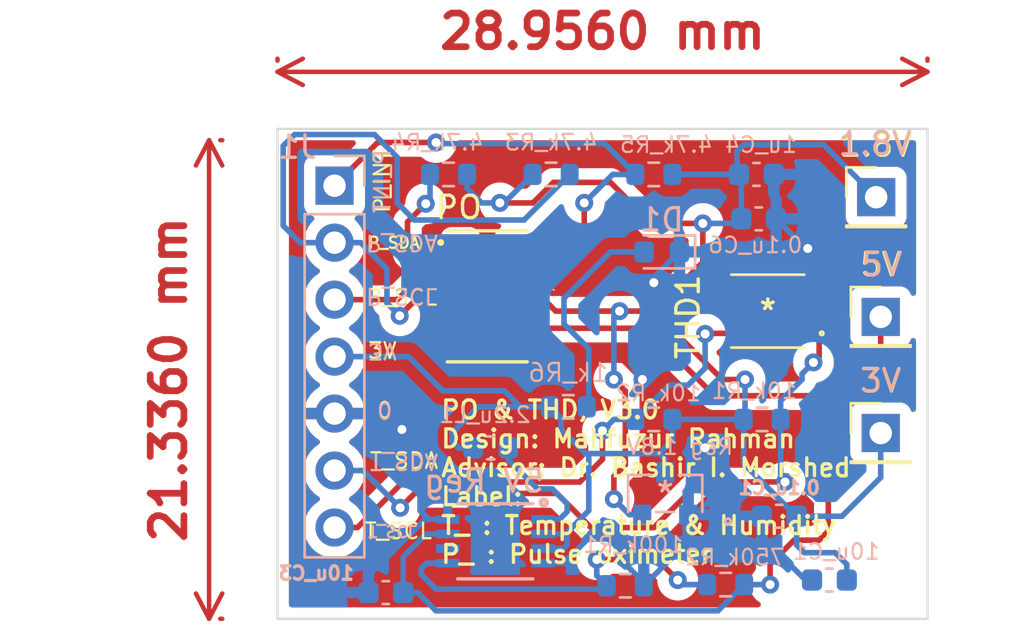
<source format=kicad_pcb>
(kicad_pcb (version 20211014) (generator pcbnew)
  (layers (0 "F.Cu" signal) (31 "B.Cu" signal) (34 "B.Paste" user) (35 "F.Paste" user) (36 "B.SilkS" user "B.Silkscreen") (37 "F.SilkS" user "F.Silkscreen") (38 "B.Mask" user) (39 "F.Mask" user) (44 "Edge.Cuts" user))
  (net 0 "")
  (net 1 "/3V")
  (net 2 "0")
  (net 3 "/5V")
  (net 4 "/1.8V")
  (net 5 "Net-(1k_R6-Pad2)")
  (net 6 "/PO_SDA")
  (net 7 "/PO_SCL")
  (net 8 "/THD_SDA")
  (net 9 "/THD_SCL")
  (net 12 "Net-(2.2u_L1-Pad2)")
  (net 13 "Net-(100k_R1-Pad1)")
  (net 21 "/PO_INT")
  (footprint "Max30101_n:21-1048F_F143A5&plus_1_MXM" (layer "F.Cu") (at 162.7632 78.0796)
    (fp_text reference "PO" (at -1.27 -3.9624 unlocked) (layer "F.SilkS"))
    (fp_text value "MAX30101EFD+T")
    (fp_line (start 1.778 -2.921) (end -1.778 -2.921) (layer "F.SilkS") (width 0.1524))
    (fp_line (start -1.778 2.921) (end 1.778 2.921) (layer "F.SilkS") (width 0.1524))
    (fp_circle (center -2.0764 -2.4) (end -2.0002 -2.4) (layer "F.SilkS") (width 0.1524) (fill none))
    (pad "1" smd rect (at -1.1938 -2.4) (size 0.762 0.3556) (layers "F.Cu" "F.Paste" "F.Mask"))
    (pad "2" smd rect (at -1.1938 -1.599999) (size 0.762 0.3556) (layers "F.Cu" "F.Paste" "F.Mask") (net 7 "/PO_SCL"))
    (pad "3" smd rect (at -1.1938 -0.800001) (size 0.762 0.3556) (layers "F.Cu" "F.Paste" "F.Mask") (net 6 "/PO_SDA"))
    (pad "4" smd rect (at -1.1938 0) (size 0.762 0.3556) (layers "F.Cu" "F.Paste" "F.Mask") (net 2 "0"))
    (pad "5" smd rect (at -1.1938 0.799998) (size 0.762 0.3556) (layers "F.Cu" "F.Paste" "F.Mask"))
    (pad "6" smd rect (at -1.1938 1.599999) (size 0.762 0.3556) (layers "F.Cu" "F.Paste" "F.Mask"))
    (pad "7" smd rect (at -1.1938 2.4) (size 0.762 0.3556) (layers "F.Cu" "F.Paste" "F.Mask"))
    (pad "8" smd rect (at 1.1938 2.4) (size 0.762 0.3556) (layers "F.Cu" "F.Paste" "F.Mask"))
    (pad "9" smd rect (at 1.1938 1.599999) (size 0.762 0.3556) (layers "F.Cu" "F.Paste" "F.Mask") (net 3 "/5V"))
    (pad "10" smd rect (at 1.1938 0.800001) (size 0.762 0.3556) (layers "F.Cu" "F.Paste" "F.Mask") (net 3 "/5V"))
    (pad "11" smd rect (at 1.1938 0) (size 0.762 0.3556) (layers "F.Cu" "F.Paste" "F.Mask") (net 4 "/1.8V"))
    (pad "12" smd rect (at 1.1938 -0.799998) (size 0.762 0.3556) (layers "F.Cu" "F.Paste" "F.Mask") (net 2 "0"))
    (pad "13" smd rect (at 1.1938 -1.599999) (size 0.762 0.3556) (layers "F.Cu" "F.Paste" "F.Mask") (net 21 "/PO_INT"))
    (pad "14" smd rect (at 1.1938 -2.4) (size 0.762 0.3556) (layers "F.Cu" "F.Paste" "F.Mask"))
  )
  (footprint "Si7021:SI7021-A20-GM1R" (layer "F.Cu") (at 175.26 78.74 180)
    (fp_text reference "THD1" (at 3.556 -0.254 90) (layer "F.SilkS"))
    (fp_text value "SI7021-A20-GM1R")
    (fp_text user "*" (at 0 0) (layer "F.SilkS"))
    (fp_line (start 1.6256 -1.6256) (end -1.6256 -1.6256) (layer "F.SilkS") (width 0.12))
    (fp_line (start -1.6256 1.6256) (end 1.6256 1.6256) (layer "F.SilkS") (width 0.12))
    (fp_circle (center -2.4003 -0.9906) (end -2.3241 -0.9906) (layer "F.SilkS") (width 0.12) (fill none))
    (pad "1" smd rect locked (at -1.4224 -0.9906 180) (size 0.762 0.4064) (layers "F.Cu" "F.Paste" "F.Mask") (net 8 "/THD_SDA"))
    (pad "2" smd rect locked (at -1.4224 0 180) (size 0.762 0.4064) (layers "F.Cu" "F.Paste" "F.Mask") (net 2 "0"))
    (pad "3" smd rect locked (at -1.4224 0.9906 180) (size 0.762 0.4064) (layers "F.Cu" "F.Paste" "F.Mask"))
    (pad "4" smd rect locked (at 1.4224 0.9906 180) (size 0.762 0.4064) (layers "F.Cu" "F.Paste" "F.Mask"))
    (pad "5" smd rect locked (at 1.4224 0 180) (size 0.762 0.4064) (layers "F.Cu" "F.Paste" "F.Mask") (net 1 "/3V"))
    (pad "6" smd rect locked (at 1.4224 -0.9906 180) (size 0.762 0.4064) (layers "F.Cu" "F.Paste" "F.Mask") (net 9 "/THD_SCL"))
    (pad "7" smd rect locked (at 0 0 180) (size 1.6002 2.4892) (layers "F.Cu" "F.Paste" "F.Mask") (net 2 "0"))
  )
  (footprint "Connector_PinHeader_2.54mm:PinHeader_1x01_P2.54mm_Vertical" (layer "F.Cu") (at 180.2892 84.1756)
    (fp_text reference "3V" (at 0 -2.33) (layer "F.SilkS"))
    (fp_text value "TestPoint")
    (fp_line (start 1.33 1.27) (end 1.33 1.33) (layer "F.SilkS") (width 0.12))
    (fp_line (start -1.33 -1.33) (end 0 -1.33) (layer "F.SilkS") (width 0.12))
    (fp_line (start -1.33 0) (end -1.33 -1.33) (layer "F.SilkS") (width 0.12))
    (fp_line (start -1.33 1.27) (end 1.33 1.27) (layer "F.SilkS") (width 0.12))
    (fp_line (start -1.33 1.27) (end -1.33 1.33) (layer "F.SilkS") (width 0.12))
    (fp_line (start -1.33 1.33) (end 1.33 1.33) (layer "F.SilkS") (width 0.12))
    (pad "1" thru_hole rect (at 0 0) (size 1.7 1.7) (drill 1) (layers *.Cu *.Mask) (net 1 "/3V"))
  )
  (footprint "Connector_PinHeader_2.54mm:PinHeader_1x01_P2.54mm_Vertical" (layer "F.Cu") (at 180.2892 78.994)
    (fp_text reference "5V" (at 0 -2.33) (layer "F.SilkS"))
    (fp_text value "TestPoint")
    (fp_line (start -1.33 -1.33) (end 0 -1.33) (layer "F.SilkS") (width 0.12))
    (fp_line (start 1.33 1.27) (end 1.33 1.33) (layer "F.SilkS") (width 0.12))
    (fp_line (start -1.33 1.27) (end 1.33 1.27) (layer "F.SilkS") (width 0.12))
    (fp_line (start -1.33 0) (end -1.33 -1.33) (layer "F.SilkS") (width 0.12))
    (fp_line (start -1.33 1.27) (end -1.33 1.33) (layer "F.SilkS") (width 0.12))
    (fp_line (start -1.33 1.33) (end 1.33 1.33) (layer "F.SilkS") (width 0.12))
    (pad "1" thru_hole rect (at 0 0) (size 1.7 1.7) (drill 1) (layers *.Cu *.Mask) (net 3 "/5V"))
  )
  (footprint "Connector_PinHeader_2.54mm:PinHeader_1x01_P2.54mm_Vertical" (layer "F.Cu") (at 180.086 73.66)
    (fp_text reference "1.8V" (at 0 -2.33) (layer "F.SilkS"))
    (fp_text value "TestPoint")
    (fp_line (start -1.33 0) (end -1.33 -1.33) (layer "F.SilkS") (width 0.12))
    (fp_line (start -1.33 1.27) (end 1.33 1.27) (layer "F.SilkS") (width 0.12))
    (fp_line (start -1.33 1.33) (end 1.33 1.33) (layer "F.SilkS") (width 0.12))
    (fp_line (start -1.33 -1.33) (end 0 -1.33) (layer "F.SilkS") (width 0.12))
    (fp_line (start 1.33 1.27) (end 1.33 1.33) (layer "F.SilkS") (width 0.12))
    (fp_line (start -1.33 1.27) (end -1.33 1.33) (layer "F.SilkS") (width 0.12))
    (pad "1" thru_hole rect (at 0 0) (size 1.7 1.7) (drill 1) (layers *.Cu *.Mask) (net 4 "/1.8V"))
  )
  (footprint "5VReg_n:MSOP8_DIO" (layer "B.Cu") (at 163.1188 89.0016 180)
    (fp_text reference "5V Reg" (at 0.508 2.6924 unlocked) (layer "B.SilkS") (effects (justify mirror)))
    (fp_text value "PAM2401SCADJ")
    (fp_line (start 1.6764 1.6764) (end -1.6764 1.6764) (layer "B.SilkS") (width 0.1524))
    (fp_line (start -1.6764 -1.6764) (end 1.6764 -1.6764) (layer "B.SilkS") (width 0.1524))
    (pad "1" smd rect (at -2.1209 0.97536 180) (size 1.0414 0.381) (layers "B.Cu" "B.Paste" "B.Mask") (net 12 "Net-(2.2u_L1-Pad2)"))
    (pad "2" smd rect (at -2.1209 0.32512 180) (size 1.0414 0.381) (layers "B.Cu" "B.Paste" "B.Mask") (net 1 "/3V"))
    (pad "3" smd rect (at -2.1209 -0.32512 180) (size 1.0414 0.381) (layers "B.Cu" "B.Paste" "B.Mask") (net 1 "/3V"))
    (pad "4" smd rect (at -2.1209 -0.97536 180) (size 1.0414 0.381) (layers "B.Cu" "B.Paste" "B.Mask") (net 2 "0"))
    (pad "5" smd rect (at 2.1209 -0.97536 180) (size 1.0414 0.381) (layers "B.Cu" "B.Paste" "B.Mask") (net 13 "Net-(100k_R1-Pad1)"))
    (pad "6" smd rect (at 2.1209 -0.32512 180) (size 1.0414 0.381) (layers "B.Cu" "B.Paste" "B.Mask"))
    (pad "7" smd rect (at 2.1209 0.32512 180) (size 1.0414 0.381) (layers "B.Cu" "B.Paste" "B.Mask") (net 3 "/5V"))
    (pad "8" smd rect (at 2.1209 0.97536 180) (size 1.0414 0.381) (layers "B.Cu" "B.Paste" "B.Mask") (net 2 "0"))
  )
  (footprint "LED_SMD:LED_0603_1608Metric" (layer "B.Cu") (at 170.5356 76.0984 180)
    (fp_text reference "D1" (at 0 1.43) (layer "B.SilkS") (effects (justify mirror)))
    (fp_text value "LED")
    (fp_line (start -1.485 0.735) (end -1.485 -0.735) (layer "B.SilkS") (width 0.12))
    (fp_line (start -1.485 -0.735) (end 0.8 -0.735) (layer "B.SilkS") (width 0.12))
    (fp_line (start 0.8 0.735) (end -1.485 0.735) (layer "B.SilkS") (width 0.12))
    (pad "1" smd roundrect (at -0.7875 0 180) (size 0.875 0.95) (layers "B.Cu" "B.Paste" "B.Mask") (net 2 "0"))
    (pad "2" smd roundrect (at 0.7875 0 180) (size 0.875 0.95) (layers "B.Cu" "B.Paste" "B.Mask") (net 5 "Net-(1k_R6-Pad2)"))
  )
  (footprint "Resistor_SMD:R_0603_1608Metric" (layer "B.Cu") (at 161.036 72.644 180)
    (fp_text reference "4.7k_R4" (at 0.508 1.4224) (layer "B.SilkS") (effects (font (size 0.7 0.7) (thickness 0.1)) (justify mirror)))
    (fp_text value "4.7k")
    (fp_line (start -0.237258 0.5225) (end 0.237258 0.5225) (layer "B.SilkS") (width 0.12))
    (fp_line (start -0.237258 -0.5225) (end 0.237258 -0.5225) (layer "B.SilkS") (width 0.12))
    (pad "1" smd roundrect (at -0.825 0 180) (size 0.8 0.95) (layers "B.Cu" "B.Paste" "B.Mask") (net 4 "/1.8V"))
    (pad "2" smd roundrect (at 0.825 0 180) (size 0.8 0.95) (layers "B.Cu" "B.Paste" "B.Mask") (net 7 "/PO_SCL"))
  )
  (footprint "Capacitor_SMD:C_0603_1608Metric" (layer "B.Cu") (at 158.242 91.2876 180)
    (fp_text reference "10u_C3" (at 3.0988 0.8636) (layer "B.SilkS") (effects (font (size 0.6 0.6)) (justify mirror)))
    (fp_text value "10u")
    (fp_line (start -0.14058 0.51) (end 0.14058 0.51) (layer "B.SilkS") (width 0.12))
    (fp_line (start -0.14058 -0.51) (end 0.14058 -0.51) (layer "B.SilkS") (width 0.12))
    (pad "1" smd roundrect (at -0.775 0 180) (size 0.9 0.95) (layers "B.Cu" "B.Paste" "B.Mask") (net 3 "/5V"))
    (pad "2" smd roundrect (at 0.775 0 180) (size 0.9 0.95) (layers "B.Cu" "B.Paste" "B.Mask") (net 2 "0"))
  )
  (footprint "Inductor_SMD:L_0603_1608Metric" (layer "B.Cu") (at 162.9156 84.836)
    (fp_text reference "2.2u_L1" (at -0.254 -1.4732) (layer "B.SilkS") (effects (font (size 0.7 0.7) (thickness 0.1)) (justify mirror)))
    (fp_text value "2.2u")
    (fp_line (start -0.162779 0.51) (end 0.162779 0.51) (layer "B.SilkS") (width 0.12))
    (fp_line (start -0.162779 -0.51) (end 0.162779 -0.51) (layer "B.SilkS") (width 0.12))
    (pad "1" smd roundrect (at -0.7875 0) (size 0.875 0.95) (layers "B.Cu" "B.Paste" "B.Mask") (net 1 "/3V"))
    (pad "2" smd roundrect (at 0.7875 0) (size 0.875 0.95) (layers "B.Cu" "B.Paste" "B.Mask") (net 12 "Net-(2.2u_L1-Pad2)"))
  )
  (footprint "Resistor_SMD:R_0603_1608Metric" (layer "B.Cu") (at 175.006 83.566)
    (fp_text reference "10k_R1" (at -0.3556 -1.27) (layer "B.SilkS") (effects (font (size 0.7 0.7) (thickness 0.1)) (justify mirror)))
    (fp_text value "10k")
    (fp_line (start -0.237258 -0.5225) (end 0.237258 -0.5225) (layer "B.SilkS") (width 0.12))
    (fp_line (start -0.237258 0.5225) (end 0.237258 0.5225) (layer "B.SilkS") (width 0.12))
    (pad "1" smd roundrect (at -0.825 0) (size 0.8 0.95) (layers "B.Cu" "B.Paste" "B.Mask") (net 1 "/3V"))
    (pad "2" smd roundrect (at 0.825 0) (size 0.8 0.95) (layers "B.Cu" "B.Paste" "B.Mask") (net 8 "/THD_SDA"))
  )
  (footprint "Capacitor_SMD:C_0603_1608Metric" (layer "B.Cu") (at 175.768 87.884 180)
    (fp_text reference "0.1u_C1" (at 0 1.27) (layer "B.SilkS") (effects (font (size 0.6 0.6)) (justify mirror)))
    (fp_text value "0.1u")
    (fp_line (start -0.14058 -0.51) (end 0.14058 -0.51) (layer "B.SilkS") (width 0.12))
    (fp_line (start -0.14058 0.51) (end 0.14058 0.51) (layer "B.SilkS") (width 0.12))
    (pad "1" smd roundrect (at -0.775 0 180) (size 0.9 0.95) (layers "B.Cu" "B.Paste" "B.Mask") (net 1 "/3V"))
    (pad "2" smd roundrect (at 0.775 0 180) (size 0.9 0.95) (layers "B.Cu" "B.Paste" "B.Mask") (net 2 "0"))
  )
  (footprint "Resistor_SMD:R_0603_1608Metric" (layer "B.Cu") (at 168.91 90.9828)
    (fp_text reference "100k_R1" (at 0.3556 -1.8288) (layer "B.SilkS") (effects (font (size 0.7 0.7) (thickness 0.1)) (justify mirror)))
    (fp_text value "100k")
    (fp_line (start -0.237258 0.5225) (end 0.237258 0.5225) (layer "B.SilkS") (width 0.12))
    (fp_line (start -0.237258 -0.5225) (end 0.237258 -0.5225) (layer "B.SilkS") (width 0.12))
    (pad "1" smd roundrect (at -0.825 0) (size 0.8 0.95) (layers "B.Cu" "B.Paste" "B.Mask") (net 13 "Net-(100k_R1-Pad1)"))
    (pad "2" smd roundrect (at 0.825 0) (size 0.8 0.95) (layers "B.Cu" "B.Paste" "B.Mask") (net 2 "0"))
  )
  (footprint "Resistor_SMD:R_0603_1608Metric" (layer "B.Cu") (at 166.37 83.0072)
    (fp_text reference "1k_R6" (at 0 -1.524) (layer "B.SilkS") (effects (font (size 0.8 0.8) (thickness 0.1)) (justify mirror)))
    (fp_text value "1k")
    (fp_line (start -0.237258 0.5225) (end 0.237258 0.5225) (layer "B.SilkS") (width 0.12))
    (fp_line (start -0.237258 -0.5225) (end 0.237258 -0.5225) (layer "B.SilkS") (width 0.12))
    (pad "1" smd roundrect (at -0.825 0) (size 0.8 0.95) (layers "B.Cu" "B.Paste" "B.Mask") (net 1 "/3V"))
    (pad "2" smd roundrect (at 0.825 0) (size 0.8 0.95) (layers "B.Cu" "B.Paste" "B.Mask") (net 5 "Net-(1k_R6-Pad2)"))
  )
  (footprint "Resistor_SMD:R_0603_1608Metric" (layer "B.Cu") (at 165.608 72.644 180)
    (fp_text reference "4.7k_R3" (at 0 1.43) (layer "B.SilkS") (effects (font (size 0.7 0.7) (thickness 0.1)) (justify mirror)))
    (fp_text value "4.7k")
    (fp_line (start -0.237258 0.5225) (end 0.237258 0.5225) (layer "B.SilkS") (width 0.12))
    (fp_line (start -0.237258 -0.5225) (end 0.237258 -0.5225) (layer "B.SilkS") (width 0.12))
    (pad "1" smd roundrect (at -0.825 0 180) (size 0.8 0.95) (layers "B.Cu" "B.Paste" "B.Mask") (net 6 "/PO_SDA"))
    (pad "2" smd roundrect (at 0.825 0 180) (size 0.8 0.95) (layers "B.Cu" "B.Paste" "B.Mask") (net 4 "/1.8V"))
  )
  (footprint "Connector_PinHeader_2.54mm:PinHeader_1x07_P2.54mm_Vertical" (layer "B.Cu") (at 155.956 73.147 180)
    (fp_text reference "J1" (at 1.651 1.7222) (layer "B.SilkS") (effects (justify mirror)))
    (fp_text value "Conn_01x07")
    (fp_line (start 1.33 -1.27) (end 1.33 -16.57) (layer "B.SilkS") (width 0.12))
    (fp_line (start -1.33 -16.57) (end 1.33 -16.57) (layer "B.SilkS") (width 0.12))
    (fp_line (start -1.33 1.33) (end 0 1.33) (layer "B.SilkS") (width 0.12))
    (fp_line (start -1.33 0) (end -1.33 1.33) (layer "B.SilkS") (width 0.12))
    (fp_line (start -1.33 -1.27) (end 1.33 -1.27) (layer "B.SilkS") (width 0.12))
    (fp_line (start -1.33 -1.27) (end -1.33 -16.57) (layer "B.SilkS") (width 0.12))
    (pad "1" thru_hole rect (at 0 0 180) (size 1.7 1.7) (drill 1) (layers *.Cu *.Mask) (net 21 "/PO_INT"))
    (pad "2" thru_hole oval (at 0 -2.54 180) (size 1.7 1.7) (drill 1) (layers *.Cu *.Mask) (net 6 "/PO_SDA"))
    (pad "3" thru_hole oval (at 0 -5.08 180) (size 1.7 1.7) (drill 1) (layers *.Cu *.Mask) (net 7 "/PO_SCL"))
    (pad "4" thru_hole oval (at 0 -7.62 180) (size 1.7 1.7) (drill 1) (layers *.Cu *.Mask) (net 1 "/3V"))
    (pad "5" thru_hole oval (at 0 -10.16 180) (size 1.7 1.7) (drill 1) (layers *.Cu *.Mask) (net 2 "0"))
    (pad "6" thru_hole oval (at 0 -12.7 180) (size 1.7 1.7) (drill 1) (layers *.Cu *.Mask) (net 8 "/THD_SDA"))
    (pad "7" thru_hole oval (at 0 -15.24 180) (size 1.7 1.7) (drill 1) (layers *.Cu *.Mask) (net 9 "/THD_SCL"))
  )
  (footprint "Capacitor_SMD:C_0603_1608Metric" (layer "B.Cu") (at 174.752 72.644)
    (fp_text reference "1u_C4" (at 0.2032 -1.3208) (layer "B.SilkS") (effects (font (size 0.7 0.7) (thickness 0.1)) (justify mirror)))
    (fp_text value "1u")
    (fp_line (start -0.14058 0.51) (end 0.14058 0.51) (layer "B.SilkS") (width 0.12))
    (fp_line (start -0.14058 -0.51) (end 0.14058 -0.51) (layer "B.SilkS") (width 0.12))
    (pad "1" smd roundrect (at -0.775 0) (size 0.9 0.95) (layers "B.Cu" "B.Paste" "B.Mask") (net 4 "/1.8V"))
    (pad "2" smd roundrect (at 0.775 0) (size 0.9 0.95) (layers "B.Cu" "B.Paste" "B.Mask") (net 2 "0"))
  )
  (footprint "Capacitor_SMD:C_0603_1608Metric" (layer "B.Cu") (at 178.0032 90.7288 180)
    (fp_text reference "10u_C1" (at -0.3048 1.27) (layer "B.SilkS") (effects (font (size 0.7 0.7) (thickness 0.1)) (justify mirror)))
    (fp_text value "10u")
    (fp_line (start -0.14058 -0.51) (end 0.14058 -0.51) (layer "B.SilkS") (width 0.12))
    (fp_line (start -0.14058 0.51) (end 0.14058 0.51) (layer "B.SilkS") (width 0.12))
    (pad "1" smd roundrect (at -0.775 0 180) (size 0.9 0.95) (layers "B.Cu" "B.Paste" "B.Mask") (net 1 "/3V"))
    (pad "2" smd roundrect (at 0.775 0 180) (size 0.9 0.95) (layers "B.Cu" "B.Paste" "B.Mask") (net 2 "0"))
  )
  (footprint "Capacitor_SMD:C_0603_1608Metric" (layer "B.Cu") (at 174.8536 74.6252 180)
    (fp_text reference "0.1u_C6" (at 0.1524 -1.1684) (layer "B.SilkS") (effects (font (size 0.7 0.7) (thickness 0.1)) (justify mirror)))
    (fp_text value "0.1u")
    (fp_line (start -0.14058 -0.51) (end 0.14058 -0.51) (layer "B.SilkS") (width 0.12))
    (fp_line (start -0.14058 0.51) (end 0.14058 0.51) (layer "B.SilkS") (width 0.12))
    (pad "1" smd roundrect (at -0.775 0 180) (size 0.9 0.95) (layers "B.Cu" "B.Paste" "B.Mask") (net 2 "0"))
    (pad "2" smd roundrect (at 0.775 0 180) (size 0.9 0.95) (layers "B.Cu" "B.Paste" "B.Mask") (net 4 "/1.8V"))
  )
  (footprint "Resistor_SMD:R_0603_1608Metric" (layer "B.Cu") (at 170.18 83.566)
    (fp_text reference "10k_R2" (at 0.2032 -1.1684) (layer "B.SilkS") (effects (font (size 0.7 0.7) (thickness 0.1)) (justify mirror)))
    (fp_text value "10k")
    (fp_line (start -0.237258 0.5225) (end 0.237258 0.5225) (layer "B.SilkS") (width 0.12))
    (fp_line (start -0.237258 -0.5225) (end 0.237258 -0.5225) (layer "B.SilkS") (width 0.12))
    (pad "1" smd roundrect (at -0.825 0) (size 0.8 0.95) (layers "B.Cu" "B.Paste" "B.Mask") (net 9 "/THD_SCL"))
    (pad "2" smd roundrect (at 0.825 0) (size 0.8 0.95) (layers "B.Cu" "B.Paste" "B.Mask") (net 1 "/3V"))
  )
  (footprint "Resistor_SMD:R_0603_1608Metric" (layer "B.Cu") (at 173.3804 90.932)
    (fp_text reference "750k_R2" (at 0.4064 -1.2192) (layer "B.SilkS") (effects (font (size 0.7 0.7) (thickness 0.1)) (justify mirror)))
    (fp_text value "750k")
    (fp_line (start -0.237258 0.5225) (end 0.237258 0.5225) (layer "B.SilkS") (width 0.12))
    (fp_line (start -0.237258 -0.5225) (end 0.237258 -0.5225) (layer "B.SilkS") (width 0.12))
    (pad "1" smd roundrect (at -0.825 0) (size 0.8 0.95) (layers "B.Cu" "B.Paste" "B.Mask") (net 13 "Net-(100k_R1-Pad1)"))
    (pad "2" smd roundrect (at 0.825 0) (size 0.8 0.95) (layers "B.Cu" "B.Paste" "B.Mask") (net 3 "/5V"))
  )
  (footprint "Resistor_SMD:R_0603_1608Metric" (layer "B.Cu") (at 170.18 72.644)
    (fp_text reference "4.7k_R5" (at 0.5588 -1.3208) (layer "B.SilkS") (effects (font (size 0.7 0.7) (thickness 0.1)) (justify mirror)))
    (fp_text value "4.7k")
    (fp_line (start -0.237258 0.5225) (end 0.237258 0.5225) (layer "B.SilkS") (width 0.12))
    (fp_line (start -0.237258 -0.5225) (end 0.237258 -0.5225) (layer "B.SilkS") (width 0.12))
    (pad "1" smd roundrect (at -0.825 0) (size 0.8 0.95) (layers "B.Cu" "B.Paste" "B.Mask") (net 21 "/PO_INT"))
    (pad "2" smd roundrect (at 0.825 0) (size 0.8 0.95) (layers "B.Cu" "B.Paste" "B.Mask") (net 4 "/1.8V"))
  )
  (footprint "footprints:AP2120N-1.8TRG1" (layer "B.Cu") (at 170.688 86.868 180)
    (fp_text reference "Reg 1.8V" (at -0.6604 2.0828) (layer "B.SilkS") (effects (font (size 0.7 0.7) (thickness 0.1)) (justify mirror)))
    (fp_text value "AP2120N-1.8TRG1")
    (fp_text user "*" (at 0 0) (layer "B.SilkS") (effects (justify mirror)))
    (fp_line (start -0.411859 -0.827) (end 0.411859 -0.827) (layer "B.SilkS") (width 0.12))
    (fp_line (start 1.652 0.827) (end 0.61314 0.827) (layer "B.SilkS") (width 0.12))
    (fp_line (start 1.652 -0.827) (end 1.652 0.827) (layer "B.SilkS") (width 0.12))
    (fp_line (start -1.652 0.827) (end -1.652 -0.827) (layer "B.SilkS") (width 0.12))
    (fp_line (start -0.61314 0.827) (end -1.652 0.827) (layer "B.SilkS") (width 0.12))
    (fp_circle (center -2.795 -1.25) (end -2.668 -1.25) (layer "B.SilkS") (width 0.12) (fill none))
    (pad "1" smd rect locked (at -1.024999 -0.944999 180) (size 0.8128 0.889) (layers "B.Cu" "B.Paste" "B.Mask") (net 2 "0"))
    (pad "2" smd rect locked (at 1.024999 -0.944999 180) (size 0.8128 0.889) (layers "B.Cu" "B.Paste" "B.Mask") (net 4 "/1.8V"))
    (pad "3" smd rect locked (at 0 0.945 180) (size 0.8128 0.889) (layers "B.Cu" "B.Paste" "B.Mask") (net 1 "/3V"))
  )
  (gr_circle (center 165.2778 87.2744) (end 165.313721 87.2744) (layer "B.SilkS") (width 0.2) (fill none))
  (gr_poly (pts (xy 182.372 92.456) (xy 153.416 92.456) (xy 153.416 70.612) (xy 182.372 70.612)) (layer "Edge.Cuts") (width 0.1) (fill none))
  (gr_text "3V" (at 180.2892 81.8388) (layer "B.SilkS") (effects (font (size 1 1))))
  (gr_text "T_SCL" (at 158.5468 88.5444 180) (layer "B.SilkS") (effects (font (size 0.5 0.5) (thickness 0.1)) (justify mirror)))
  (gr_text "T_SDA" (at 159.0548 85.4456 180) (layer "B.SilkS") (effects (font (size 0.7 0.7) (thickness 0.1)) (justify mirror)))
  (gr_text "P_SCL" (at 158.9532 78.0796 180) (layer "B.SilkS") (effects (font (size 0.7 0.7) (thickness 0.1)) (justify mirror)))
  (gr_text "1.8V" (at 180.0352 71.2724) (layer "B.SilkS") (effects (font (size 1 1))))
  (gr_text "5V" (at 180.34 76.6572) (layer "B.SilkS") (effects (font (size 1 1))))
  (gr_text "P_INT" (at 158.0896 72.9488 90) (layer "B.SilkS") (effects (font (size 0.7 0.7) (thickness 0.1)) (justify mirror)))
  (gr_text "P_SDA" (at 158.9532 75.692 180) (layer "B.SilkS") (effects (font (size 0.7 0.7) (thickness 0.1)) (justify mirror)))
  (gr_text "0" (at 158.1912 83.1596 180) (layer "B.SilkS") (effects (font (size 0.7 0.7) (thickness 0.1)) (justify mirror)))
  (gr_text "3V" (at 158.0896 80.518 180) (layer "B.SilkS") (effects (font (size 0.7 0.7) (thickness 0.1)) (justify mirror)))
  (gr_text "PO & THD, V3.0\nDesign: Mahfuzur Rahman\nAdvisor: Dr. Bashir I. Morshed\nLabel:\nT_ : Temperature & Humidity\nP_ : Pulse oximeter" (at 160.6296 86.36) (layer "F.SilkS") (effects (font (size 0.8 0.8)) (justify left)))
  (gr_text "P_SCL" (at 158.9532 78.1304) (layer "F.SilkS") (effects (font (size 0.7 0.7) (thickness 0.1))))
  (gr_text "0" (at 158.1912 83.1088 180) (layer "F.SilkS") (effects (font (size 0.7 0.7) (thickness 0.1))))
  (gr_text "3V" (at 158.086905 80.503854) (layer "F.SilkS") (effects (font (size 0.7 0.7) (thickness 0.1))))
  (gr_text "P_INT" (at 158.074868 72.947766 90) (layer "F.SilkS") (effects (font (size 0.7 0.7) (thickness 0.1))))
  (gr_text "T_SDA" (at 159.052813 85.412184) (layer "F.SilkS") (effects (font (size 0.7 0.7) (thickness 0.1))))
  (gr_text "T_SCL" (at 158.8008 88.5444) (layer "F.SilkS") (effects (font (size 0.7 0.7) (thickness 0.1))))
  (gr_text "P_SDA" (at 158.5976 75.692) (layer "F.SilkS") (effects (font (size 0.5 0.5) (thickness 0.1))))
  (dimension (type aligned) (layer "F.Cu") (pts (xy 150.368 71.12) (xy 150.368 92.456)) (height 0) (gr_text "21.3360 mm" (at 148.568 81.788 90) (layer "F.Cu") (effects (font (size 1.5 1.5) (thickness 0.3)))) (format (units 3) (units_format 1) (precision 4)) (style (thickness 0.2) (arrow_length 1.27) (text_position_mode 0) (extension_height 0.58642) (extension_offset 0.5) keep_text_aligned))
  (dimension (type aligned) (layer "F.Cu") (pts (xy 153.416 68.072) (xy 182.372 68.072)) (height 0) (gr_text "28.9560 mm" (at 167.894 66.272) (layer "F.Cu") (effects (font (size 1.5 1.5) (thickness 0.3)))) (format (units 3) (units_format 1) (precision 4)) (style (thickness 0.2) (arrow_length 1.27) (text_position_mode 0) (extension_height 0.58642) (extension_offset 0.5) keep_text_aligned))
  (segment (start 171.45 79.248) (end 171.45 80.01) (width 0.25) (layer "F.Cu") (net 1))
  (segment (start 171.958 78.74) (end 171.45 79.248) (width 0.25) (layer "F.Cu") (net 1))
  (segment (start 173.8376 78.74) (end 171.958 78.74) (width 0.25) (layer "F.Cu") (net 1))
  (segment (start 171.45 80.01) (end 173.228 81.788) (width 0.25) (layer "F.Cu") (net 1))
  (segment (start 173.228 81.788) (end 174.244 81.788) (width 0.25) (layer "F.Cu") (net 1))
  (via (at 174.244 81.788) (size 0.8) (drill 0.4) (layers "F.Cu" "B.Cu") (net 1))
  (segment (start 166.05 83.5122) (end 165.545 83.0072) (width 0.25) (layer "B.Cu") (net 1))
  (segment (start 178.7782 90.0306) (end 178.7782 90.7288) (width 0.25) (layer "B.Cu") (net 1))
  (segment (start 167.2844 87.63) (end 167.2844 85.09) (width 0.25) (layer "B.Cu") (net 1))
  (segment (start 176.543 87.884) (end 176.543 89.167) (width 0.25) (layer "B.Cu") (net 1))
  (segment (start 166.24808 88.67648) (end 166.5732 88.35136) (width 0.25) (layer "B.Cu") (net 1))
  (segment (start 176.53 87.884) (end 174.181 85.535) (width 0.25) (layer "B.Cu") (net 1))
  (segment (start 159.253 80.767) (end 155.956 80.767) (width 0.25) (layer "B.Cu") (net 1))
  (segment (start 161.4932 84.836) (end 161.1884 84.5312) (width 0.25) (layer "B.Cu") (net 1))
  (segment (start 166.3192 88.7476) (end 166.24808 88.67648) (width 0.25) (layer "B.Cu") (net 1))
  (segment (start 161.1884 84.5312) (end 161.1884 84.1756) (width 0.25) (layer "B.Cu") (net 1))
  (segment (start 167.2844 85.09) (end 167.132 85.09) (width 0.25) (layer "B.Cu") (net 1))
  (segment (start 166.3192 89.154) (end 166.3192 88.7476) (width 0.25) (layer "B.Cu") (net 1))
  (segment (start 176.543 87.884) (end 176.53 87.884) (width 0.25) (layer "B.Cu") (net 1))
  (segment (start 178.562 87.884) (end 180.2892 86.1568) (width 0.25) (layer "B.Cu") (net 1))
  (segment (start 176.543 87.884) (end 178.562 87.884) (width 0.25) (layer "B.Cu") (net 1))
  (segment (start 178.2572 89.5096) (end 178.7782 90.0306) (width 0.25) (layer "B.Cu") (net 1))
  (segment (start 165.545 83.0072) (end 164.2364 83.0072) (width 0.25) (layer "B.Cu") (net 1))
  (segment (start 176.8856 89.5096) (end 178.2572 89.5096) (width 0.25) (layer "B.Cu") (net 1))
  (segment (start 171.005 83.566) (end 174.181 83.566) (width 0.25) (layer "B.Cu") (net 1))
  (segment (start 180.2892 86.1568) (end 180.2892 84.1756) (width 0.25) (layer "B.Cu") (net 1))
  (segment (start 166.05 83.5122) (end 166.05 84.008) (width 0.25) (layer "B.Cu") (net 1))
  (segment (start 165.2397 89.32672) (end 166.14648 89.32672) (width 0.25) (layer "B.Cu") (net 1))
  (segment (start 166.05 84.008) (end 167.132 85.09) (width 0.25) (layer "B.Cu") (net 1))
  (segment (start 174.244 81.788) (end 174.244 83.503) (width 0.25) (layer "B.Cu") (net 1))
  (segment (start 162.3568 83.0072) (end 164.2364 83.0072) (width 0.25) (layer "B.Cu") (net 1))
  (segment (start 166.14648 89.32672) (end 166.3192 89.154) (width 0.25) (layer "B.Cu") (net 1))
  (segment (start 160.782 82.296) (end 159.253 80.767) (width 0.25) (layer "B.Cu") (net 1))
  (segment (start 174.181 85.535) (end 174.181 83.566) (width 0.25) (layer "B.Cu") (net 1))
  (segment (start 170.434 85.09) (end 167.2844 85.09) (width 0.25) (layer "B.Cu") (net 1))
  (segment (start 163.5252 82.296) (end 160.782 82.296) (width 0.25) (layer "B.Cu") (net 1))
  (segment (start 174.244 83.503) (end 174.181 83.566) (width 0.25) (layer "B.Cu") (net 1))
  (segment (start 164.2364 83.0072) (end 163.5252 82.296) (width 0.25) (layer "B.Cu") (net 1))
  (segment (start 171.005 84.519) (end 170.434 85.09) (width 0.25) (layer "B.Cu") (net 1))
  (segment (start 161.1884 84.1756) (end 162.3568 83.0072) (width 0.25) (layer "B.Cu") (net 1))
  (segment (start 166.5732 88.3412) (end 167.2844 87.63) (width 0.25) (layer "B.Cu") (net 1))
  (segment (start 171.005 83.566) (end 171.005 84.519) (width 0.25) (layer "B.Cu") (net 1))
  (segment (start 170.434 85.09) (end 170.688 85.344) (width 0.25) (layer "B.Cu") (net 1))
  (segment (start 166.5732 88.35136) (end 166.5732 88.3412) (width 0.25) (layer "B.Cu") (net 1))
  (segment (start 170.688 85.344) (end 170.688 85.923) (width 0.25) (layer "B.Cu") (net 1))
  (segment (start 176.543 89.167) (end 176.8856 89.5096) (width 0.25) (layer "B.Cu") (net 1))
  (segment (start 166.24808 88.67648) (end 165.2397 88.67648) (width 0.25) (layer "B.Cu") (net 1))
  (segment (start 162.1281 84.836) (end 161.4932 84.836) (width 0.25) (layer "B.Cu") (net 1))
  (segment (start 162.1028 81.9404) (end 165.862 81.9404) (width 0.25) (layer "F.Cu") (net 2))
  (segment (start 160.2297 84.0167) (end 161.6456 82.6008) (width 0.25) (layer "F.Cu") (net 2))
  (segment (start 177.8 76.962) (end 177.8 78.486) (width 0.25) (layer "F.Cu") (net 2))
  (segment (start 171.945 84.836) (end 172.466 84.836) (width 0.25) (layer "F.Cu") (net 2))
  (segment (start 177.8 78.486) (end 177.546 78.74) (width 0.25) (layer "F.Cu") (net 2))
  (segment (start 165.862 81.9404) (end 166.878 80.9244) (width 0.25) (layer "F.Cu") (net 2))
  (segment (start 164.985602 77.279602) (end 165.646 77.94) (width 0.25) (layer "F.Cu") (net 2))
  (segment (start 165.646 77.94) (end 169.71 77.94) (width 0.25) (layer "F.Cu") (net 2))
  (segment (start 163.957 77.279602) (end 164.985602 77.279602) (width 0.25) (layer "F.Cu") (net 2))
  (segment (start 177.546 78.74) (end 176.6824 78.74) (width 0.25) (layer "F.Cu") (net 2))
  (segment (start 161.5694 78.0796) (end 160.6296 78.0796) (width 0.25) (layer "F.Cu") (net 2))
  (segment (start 169.71 77.94) (end 170.18 77.47) (width 0.25) (layer "F.Cu") (net 2))
  (segment (start 169.672 81.788) (end 169.672 82.563) (width 0.25) (layer "F.Cu") (net 2))
  (segment (start 160.6296 78.0796) (end 160.02 78.6892) (width 0.25) (layer "F.Cu") (net 2))
  (segment (start 169.672 82.563) (end 171.945 84.836) (width 0.25) (layer "F.Cu") (net 2))
  (segment (start 175.26 78.74) (end 176.6824 78.74) (width 0.25) (layer "F.Cu") (net 2))
  (segment (start 160.02 78.6892) (end 160.02 82.9564) (width 0.25) (layer "F.Cu") (net 2))
  (segment (start 161.6456 82.6008) (end 161.6456 82.3976) (width 0.25) (layer "F.Cu") (net 2))
  (segment (start 158.9597 84.0167) (end 160.2297 84.0167) (width 0.25) (layer "F.Cu") (net 2))
  (segment (start 160.02 82.9564) (end 158.9597 84.0167) (width 0.25) (layer "F.Cu") (net 2))
  (segment (start 168.8084 80.9244) (end 169.672 81.788) (width 0.25) (layer "F.Cu") (net 2))
  (segment (start 177.038 75.946) (end 177.038 76.2) (width 0.25) (layer "F.Cu") (net 2))
  (segment (start 177.038 76.2) (end 177.8 76.962) (width 0.25) (layer "F.Cu") (net 2))
  (segment (start 166.878 80.9244) (end 168.8084 80.9244) (width 0.25) (layer "F.Cu") (net 2))
  (segment (start 161.6456 82.3976) (end 162.1028 81.9404) (width 0.25) (layer "F.Cu") (net 2))
  (via (at 170.18 77.47) (size 0.8) (drill 0.4) (layers "F.Cu" "B.Cu") (net 2))
  (via (at 172.466 84.836) (size 0.8) (drill 0.4) (layers "F.Cu" "B.Cu") (net 2))
  (via (at 177.038 75.946) (size 0.8) (drill 0.4) (layers "F.Cu" "B.Cu") (net 2))
  (via (at 169.672 81.788) (size 0.8) (drill 0.4) (layers "F.Cu" "B.Cu") (net 2))
  (via (at 158.9597 84.0167) (size 0.8) (drill 0.4) (layers "F.Cu" "B.Cu") (net 2))
  (segment (start 157.467 90.5386) (end 159.97936 88.02624) (width 0.25) (layer "B.Cu") (net 2))
  (segment (start 174.993 87.884) (end 174.993 88.7854) (width 0.25) (layer "B.Cu") (net 2))
  (segment (start 157.467 91.2876) (end 157.467 90.5386) (width 0.25) (layer "B.Cu") (net 2))
  (segment (start 174.921999 87.812999) (end 174.993 87.884) (width 0.25) (layer "B.Cu") (net 2))
  (segment (start 170.18 77.47) (end 169.672 77.978) (width 0.25) (layer "B.Cu") (net 2))
  (segment (start 172.7455 77.47) (end 174.0155 76.2) (width 0.25) (layer "B.Cu") (net 2))
  (segment (start 172.029001 87.812999) (end 171.712999 87.812999) (width 0.25) (layer "B.Cu") (net 2))
  (segment (start 171.712999 87.812999) (end 171.712999 89.004801) (width 0.25) (layer "B.Cu") (net 2))
  (segment (start 171.712999 89.004801) (end 169.735 90.9828) (width 0.25) (layer "B.Cu") (net 2))
  (segment (start 165.2397 89.97696) (end 166.15664 89.97696) (width 0.25) (layer "B.Cu") (net 2))
  (segment (start 174.0155 76.2) (end 174.498 76.2) (width 0.25) (layer "B.Cu") (net 2))
  (segment (start 169.735 90.8426) (end 169.735 90.9828) (width 0.25) (layer "B.Cu") (net 2))
  (segment (start 158.25 83.307) (end 158.9597 84.0167) (width 0.25) (layer "B.Cu") (net 2))
  (segment (start 175.006 76.708) (end 176.276 76.708) (width 0.25) (layer "B.Cu") (net 2))
  (segment (start 172.466 84.836) (end 172.974 85.344) (width 0.25) (layer "B.Cu") (net 2))
  (segment (start 155.956 83.307) (end 158.25 83.307) (width 0.25) (layer "B.Cu") (net 2))
  (segment (start 168.5544 89.662) (end 169.735 90.8426) (width 0.25) (layer "B.Cu") (net 2))
  (segment (start 170.18 77.47) (end 172.7455 77.47) (width 0.25) (layer "B.Cu") (net 2))
  (segment (start 176.9494 75.946) (end 175.6286 74.6252) (width 0.25) (layer "B.Cu") (net 2))
  (segment (start 166.15664 89.97696) (end 167.2336 88.9) (width 0.25) (layer "B.Cu") (net 2))
  (segment (start 176.276 76.708) (end 177.038 75.946) (width 0.25) (layer "B.Cu") (net 2))
  (segment (start 170.18 77.2415) (end 171.3231 76.0984) (width 0.25) (layer "B.Cu") (net 2))
  (segment (start 174.993 88.7854) (end 176.9364 90.7288) (width 0.25) (layer "B.Cu") (net 2))
  (segment (start 175.527 72.644) (end 175.527 74.5236) (width 0.25) (layer "B.Cu") (net 2))
  (segment (start 168.5544 89.154) (end 168.5544 89.662) (width 0.25) (layer "B.Cu") (net 2))
  (segment (start 169.672 77.978) (end 169.672 81.788) (width 0.25) (layer "B.Cu") (net 2))
  (segment (start 174.498 76.2) (end 175.006 76.708) (width 0.25) (layer "B.Cu") (net 2))
  (segment (start 172.974 86.868) (end 172.029001 87.812999) (width 0.25) (layer "B.Cu") (net 2))
  (segment (start 159.766 87.63) (end 159.766 84.823) (width 0.25) (layer "B.Cu") (net 2))
  (segment (start 159.766 84.823) (end 158.9597 84.0167) (width 0.25) (layer "B.Cu") (net 2))
  (segment (start 172.974 85.344) (end 172.974 86.868) (width 0.25) (layer "B.Cu") (net 2))
  (segment (start 168.3004 88.9) (end 168.5544 89.154) (width 0.25) (layer "B.Cu") (net 2))
  (segment (start 159.97936 88.02624) (end 160.16224 88.02624) (width 0.25) (layer "B.Cu") (net 2))
  (segment (start 176.9364 90.7288) (end 177.2282 90.7288) (width 0.25) (layer "B.Cu") (net 2))
  (segment (start 170.18 77.47) (end 170.18 77.2415) (width 0.25) (layer "B.Cu") (net 2))
  (segment (start 171.712999 87.812999) (end 174.921999 87.812999) (width 0.25) (layer "B.Cu") (net 2))
  (segment (start 175.527 74.5236) (end 175.6286 74.6252) (width 0.25) (layer "B.Cu") (net 2))
  (segment (start 160.9979 88.02624) (end 160.16224 88.02624) (width 0.25) (layer "B.Cu") (net 2))
  (segment (start 177.038 75.946) (end 176.9494 75.946) (width 0.25) (layer "B.Cu") (net 2))
  (segment (start 160.16224 88.02624) (end 159.766 87.63) (width 0.25) (layer "B.Cu") (net 2))
  (segment (start 167.2336 88.9) (end 168.3004 88.9) (width 0.25) (layer "B.Cu") (net 2))
  (segment (start 165.2524 79.248) (end 165.2524 79.502) (width 0.25) (layer "F.Cu") (net 3))
  (segment (start 179.2732 81.7372) (end 178.2572 81.7372) (width 0.25) (layer "F.Cu") (net 3))
  (segment (start 176.9872 88.9508) (end 176.4284 88.9508) (width 0.25) (layer "F.Cu") (net 3))
  (segment (start 170.8912 80.518) (end 170.8912 80.3656) (width 0.25) (layer "F.Cu") (net 3))
  (segment (start 175.4632 89.916) (end 175.3616 90.0176) (width 0.25) (layer "F.Cu") (net 3))
  (segment (start 177.4814 82.513) (end 172.8862 82.513) (width 0.25) (layer "F.Cu") (net 3))
  (segment (start 180.2892 78.994) (end 180.2892 80.7212) (width 0.25) (layer "F.Cu") (net 3))
  (segment (start 164.884001 78.879601) (end 165.2524 79.248) (width 0.25) (layer "F.Cu") (net 3))
  (segment (start 165.074801 79.679599) (end 163.957 79.679599) (width 0.25) (layer "F.Cu") (net 3))
  (segment (start 170.8912 80.3656) (end 170.0276 79.502) (width 0.25) (layer "F.Cu") (net 3))
  (segment (start 177.9524 87.0204) (end 177.9524 88.5444) (width 0.25) (layer "F.Cu") (net 3))
  (segment (start 177.546 88.9508) (end 176.9872 88.9508) (width 0.25) (layer "F.Cu") (net 3))
  (segment (start 165.2524 79.502) (end 165.074801 79.679599) (width 0.25) (layer "F.Cu") (net 3))
  (segment (start 179.7304 81.28) (end 179.2732 81.7372) (width 0.25) (layer "F.Cu") (net 3))
  (segment (start 172.8862 82.513) (end 170.8912 80.518) (width 0.25) (layer "F.Cu") (net 3))
  (segment (start 180.2892 80.7212) (end 179.7304 81.28) (width 0.25) (layer "F.Cu") (net 3))
  (segment (start 177.4952 86.5632) (end 177.9524 87.0204) (width 0.25) (layer "F.Cu") (net 3))
  (segment (start 177.9524 88.5444) (end 177.546 88.9508) (width 0.25) (layer "F.Cu") (net 3))
  (segment (start 177.4952 83.5152) (end 177.4952 86.5632) (width 0.25) (layer "F.Cu") (net 3))
  (segment (start 176.4284 88.9508) (end 175.4632 89.916) (width 0.25) (layer "F.Cu") (net 3))
  (segment (start 178.2572 81.7372) (end 177.4952 82.4992) (width 0.25) (layer "F.Cu") (net 3))
  (segment (start 177.4952 82.4992) (end 177.4952 83.5152) (width 0.25) (layer "F.Cu") (net 3))
  (segment (start 163.957 78.879601) (end 164.884001 78.879601) (width 0.25) (layer "F.Cu") (net 3))
  (segment (start 170.0276 79.502) (end 165.2524 79.502) (width 0.25) (layer "F.Cu") (net 3))
  (segment (start 175.3616 90.0176) (end 175.3616 90.932) (width 0.25) (layer "F.Cu") (net 3))
  (segment (start 177.4952 82.4992) (end 177.4814 82.513) (width 0.25) (layer "F.Cu") (net 3))
  (via (at 175.3616 90.932) (size 0.8) (drill 0.4) (layers "F.Cu" "B.Cu") (net 3))
  (segment (start 159.017 91.2876) (end 159.6644 91.2876) (width 0.25) (layer "B.Cu") (net 3))
  (segment (start 160.9979 88.67648) (end 160.04032 88.67648) (width 0.25) (layer "B.Cu") (net 3))
  (segment (start 159.6644 91.2876) (end 160.4772 92.1004) (width 0.25) (layer "B.Cu") (net 3))
  (segment (start 159.017 89.6998) (end 159.017 91.2876) (width 0.25) (layer "B.Cu") (net 3))
  (segment (start 173.037 92.1004) (end 174.2054 90.932) (width 0.25) (layer "B.Cu") (net 3))
  (segment (start 160.04032 88.67648) (end 159.017 89.6998) (width 0.25) (layer "B.Cu") (net 3))
  (segment (start 175.3616 90.932) (end 174.2054 90.932) (width 0.25) (layer "B.Cu") (net 3))
  (segment (start 160.4772 92.1004) (end 173.037 92.1004) (width 0.25) (layer "B.Cu") (net 3))
  (segment (start 172.3644 76.5556) (end 172.3644 74.8284) (width 0.25) (layer "F.Cu") (net 4))
  (segment (start 168.402 87.122) (end 168.402 86.106) (width 0.25) (layer "F.Cu") (net 4))
  (segment (start 164.7952 73.914) (end 165.7096 72.9996) (width 0.25) (layer "F.Cu") (net 4))
  (segment (start 171.5008 77.4192) (end 172.3644 76.5556) (width 0.25) (layer "F.Cu") (net 4))
  (segment (start 168.2496 72.9996) (end 170.0784 74.8284) (width 0.25) (layer "F.Cu") (net 4))
  (segment (start 163.322 73.914) (end 164.7952 73.914) (width 0.25) (layer "F.Cu") (net 4))
  (segment (start 168.91 85.598) (end 168.91 82.296) (width 0.25) (layer "F.Cu") (net 4))
  (segment (start 168.91 82.296) (end 168.402 81.788) (width 0.25) (layer "F.Cu") (net 4))
  (segment (start 163.957 78.0796) (end 165.149204 78.0796) (width 0.25) (layer "F.Cu") (net 4))
  (segment (start 168.656 78.74) (end 170.18 78.74) (width 0.25) (layer "F.Cu") (net 4))
  (segment (start 168.402 86.106) (end 168.91 85.598) (width 0.25) (layer "F.Cu") (net 4))
  (segment (start 165.149204 78.0796) (end 165.809604 78.74) (width 0.25) (layer "F.Cu") (net 4))
  (segment (start 170.0784 74.8284) (end 172.3644 74.8284) (width 0.25) (layer "F.Cu") (net 4))
  (segment (start 170.18 78.74) (end 171.5008 77.4192) (width 0.25) (layer "F.Cu") (net 4))
  (segment (start 165.809604 78.74) (end 168.656 78.74) (width 0.25) (layer "F.Cu") (net 4))
  (segment (start 165.7096 72.9996) (end 168.2496 72.9996) (width 0.25) (layer "F.Cu") (net 4))
  (via (at 163.322 73.914) (size 0.8) (drill 0.4) (layers "F.Cu" "B.Cu") (net 4))
  (via (at 172.3644 74.8284) (size 0.8) (drill 0.4) (layers "F.Cu" "B.Cu") (net 4))
  (via (at 168.656 78.74) (size 0.8) (drill 0.4) (layers "F.Cu" "B.Cu") (net 4))
  (via (at 168.402 81.788) (size 0.8) (drill 0.4) (layers "F.Cu" "B.Cu") (net 4))
  (via (at 168.402 87.122) (size 0.8) (drill 0.4) (layers "F.Cu" "B.Cu") (net 4))
  (segment (start 163.322 73.914) (end 163.513 73.914) (width 0.25) (layer "B.Cu") (net 4))
  (segment (start 173.977 72.644) (end 173.8884 72.5554) (width 0.25) (layer "B.Cu") (net 4))
  (segment (start 173.977 72.644) (end 171.005 72.644) (width 0.25) (layer "B.Cu") (net 4))
  (segment (start 174.0786 72.7456) (end 173.977 72.644) (width 0.25) (layer "B.Cu") (net 4))
  (segment (start 163.322 73.914) (end 162.5092 73.914) (width 0.25) (layer "B.Cu") (net 4))
  (segment (start 163.513 73.914) (end 164.783 72.644) (width 0.25) (layer "B.Cu") (net 4))
  (segment (start 168.402 81.788) (end 168.402 78.994) (width 0.25) (layer "B.Cu") (net 4))
  (segment (start 162.5092 73.914) (end 161.861 73.2658) (width 0.25) (layer "B.Cu") (net 4))
  (segment (start 173.8754 74.8284) (end 174.0786 74.6252) (width 0.25) (layer "B.Cu") (net 4))
  (segment (start 173.8884 72.5554) (end 173.8884 71.628) (width 0.25) (layer "B.Cu") (net 4))
  (segment (start 169.663001 87.812999) (end 169.092999 87.812999) (width 0.25) (layer "B.Cu") (net 4))
  (segment (start 173.8884 71.628) (end 174.1932 71.3232) (width 0.25) (layer "B.Cu") (net 4))
  (segment (start 177.7492 71.3232) (end 180.086 73.66) (width 0.25) (layer "B.Cu") (net 4))
  (segment (start 174.1932 71.3232) (end 177.7492 71.3232) (width 0.25) (layer "B.Cu") (net 4))
  (segment (start 168.402 78.994) (end 168.656 78.74) (width 0.25) (layer "B.Cu") (net 4))
  (segment (start 169.092999 87.812999) (end 168.402 87.122) (width 0.25) (layer "B.Cu") (net 4))
  (segment (start 172.3644 74.8284) (end 173.8754 74.8284) (width 0.25) (layer "B.Cu") (net 4))
  (segment (start 161.861 73.2658) (end 161.861 72.644) (width 0.25) (layer "B.Cu") (net 4))
  (segment (start 174.0786 74.6252) (end 174.0786 72.7456) (width 0.25) (layer "B.Cu") (net 4))
  (segment (start 166.179 79.311) (end 166.179 78.169) (width 0.25) (layer "B.Cu") (net 5))
  (segment (start 167.2844 80.4164) (end 166.179 79.311) (width 0.25) (layer "B.Cu") (net 5))
  (segment (start 167.195 83.0072) (end 167.2844 82.9178) (width 0.25) (layer "B.Cu") (net 5))
  (segment (start 166.179 78.169) (end 168.2496 76.0984) (width 0.25) (layer "B.Cu") (net 5))
  (segment (start 167.2844 82.9178) (end 167.2844 80.4164) (width 0.25) (layer "B.Cu") (net 5))
  (segment (start 168.2496 76.0984) (end 169.7481 76.0984) (width 0.25) (layer "B.Cu") (net 5))
  (segment (start 160.528643 77.279599) (end 158.860166 78.948076) (width 0.25) (layer "F.Cu") (net 6))
  (segment (start 161.5694 77.279599) (end 160.528643 77.279599) (width 0.25) (layer "F.Cu") (net 6))
  (via (at 158.860166 78.948076) (size 0.8) (drill 0.4) (layers "F.Cu" "B.Cu") (net 6))
  (segment (start 158.860166 78.948076) (end 158.2928 78.38071) (width 0.25) (layer "B.Cu") (net 6))
  (segment (start 158.75 71.882) (end 157.734 70.866) (width 0.25) (layer "B.Cu") (net 6))
  (segment (start 164.401 74.676) (end 159.512 74.676) (width 0.25) (layer "B.Cu") (net 6))
  (segment (start 154.178 70.866) (end 153.67 71.374) (width 0.25) (layer "B.Cu") (net 6))
  (segment (start 158.2928 76.8604) (end 157.1194 75.687) (width 0.25) (layer "B.Cu") (net 6))
  (segment (start 159.512 74.676) (end 158.75 73.914) (width 0.25) (layer "B.Cu") (net 6))
  (segment (start 158.75 73.914) (end 158.75 71.882) (width 0.25) (layer "B.Cu") (net 6))
  (segment (start 153.67 74.93) (end 154.427 75.687) (width 0.25) (layer "B.Cu") (net 6))
  (segment (start 158.2928 78.38071) (end 158.2928 76.8604) (width 0.25) (layer "B.Cu") (net 6))
  (segment (start 166.433 72.644) (end 164.401 74.676) (width 0.25) (layer "B.Cu") (net 6))
  (segment (start 154.427 75.687) (end 155.956 75.687) (width 0.25) (layer "B.Cu") (net 6))
  (segment (start 153.67 71.374) (end 153.67 74.93) (width 0.25) (layer "B.Cu") (net 6))
  (segment (start 157.1194 75.687) (end 155.956 75.687) (width 0.25) (layer "B.Cu") (net 6))
  (segment (start 157.734 70.866) (end 154.178 70.866) (width 0.25) (layer "B.Cu") (net 6))
  (segment (start 160.211 76.771) (end 160.502399 76.479601) (width 0.25) (layer "F.Cu") (net 7))
  (segment (start 159.2072 76.2) (end 159.486801 76.479601) (width 0.25) (layer "F.Cu") (net 7))
  (segment (start 159.486801 76.479601) (end 160.502399 76.479601) (width 0.25) (layer "F.Cu") (net 7))
  (segment (start 159.2072 74.7643) (end 159.2072 76.2) (width 0.25) (layer "F.Cu") (net 7))
  (segment (start 158.745 78.227) (end 155.956 78.227) (width 0.25) (layer "F.Cu") (net 7))
  (segment (start 158.75 78.232) (end 158.745 78.227) (width 0.25) (layer "F.Cu") (net 7))
  (segment (start 160.502399 76.479601) (end 161.5694 76.479601) (width 0.25) (layer "F.Cu") (net 7))
  (segment (start 160.211 76.771) (end 158.75 78.232) (width 0.25) (layer "F.Cu") (net 7))
  (segment (start 160.02 73.9515) (end 159.2072 74.7643) (width 0.25) (layer "F.Cu") (net 7))
  (via (at 160.02 73.9515) (size 0.8) (drill 0.4) (layers "F.Cu" "B.Cu") (net 7))
  (segment (start 160.211 72.644) (end 160.211 73.7605) (width 0.25) (layer "B.Cu") (net 7))
  (segment (start 160.211 73.7605) (end 160.02 73.9515) (width 0.25) (layer "B.Cu") (net 7))
  (segment (start 165.862 86.868) (end 167.386 88.392) (width 0.25) (layer "F.Cu") (net 8))
  (segment (start 159.520598 86.868) (end 165.862 86.868) (width 0.25) (layer "F.Cu") (net 8))
  (segment (start 170.18 88.392) (end 167.386 88.392) (width 0.25) (layer "F.Cu") (net 8))
  (segment (start 177.2666 79.7306) (end 177.546 80.01) (width 0.25) (layer "F.Cu") (net 8))
  (segment (start 177.546 80.01) (end 177.546 80.772) (width 0.25) (layer "F.Cu") (net 8))
  (segment (start 172.216299 86.355701) (end 176.026299 86.355701) (width 0.25) (layer "F.Cu") (net 8))
  (segment (start 170.18 88.392) (end 172.216299 86.355701) (width 0.25) (layer "F.Cu") (net 8))
  (segment (start 159.520598 86.868) (end 158.881299 87.507299) (width 0.25) (layer "F.Cu") (net 8))
  (segment (start 176.6824 79.7306) (end 177.2666 79.7306) (width 0.25) (layer "F.Cu") (net 8))
  (segment (start 177.546 80.772) (end 177.292 81.026) (width 0.25) (layer "F.Cu") (net 8))
  (via (at 177.292 81.026) (size 0.8) (drill 0.4) (layers "F.Cu" "B.Cu") (net 8))
  (via (at 158.881299 87.507299) (size 0.8) (drill 0.4) (layers "F.Cu" "B.Cu") (net 8))
  (via (at 176.026299 86.355701) (size 0.8) (drill 0.4) (layers "F.Cu" "B.Cu") (net 8))
  (segment (start 175.831 83.566) (end 175.831 86.160402) (width 0.25) (layer "B.Cu") (net 8))
  (segment (start 158.881299 87.507299) (end 157.221 85.847) (width 0.25) (layer "B.Cu") (net 8))
  (segment (start 175.831 82.741) (end 175.831 83.566) (width 0.25) (layer "B.Cu") (net 8))
  (segment (start 177.292 81.026) (end 176.784 81.534) (width 0.25) (layer "B.Cu") (net 8))
  (segment (start 176.784 81.534) (end 176.784 81.788) (width 0.25) (layer "B.Cu") (net 8))
  (segment (start 176.784 81.788) (end 175.831 82.741) (width 0.25) (layer "B.Cu") (net 8))
  (segment (start 157.221 85.847) (end 155.956 85.847) (width 0.25) (layer "B.Cu") (net 8))
  (segment (start 175.831 86.160402) (end 176.026299 86.355701) (width 0.25) (layer "B.Cu") (net 8))
  (segment (start 159.004 86.36) (end 156.977 88.387) (width 0.25) (layer "F.Cu") (net 9))
  (segment (start 173.8376 79.7306) (end 172.4914 79.7306) (width 0.25) (layer "F.Cu") (net 9))
  (segment (start 167.894 84.074) (end 167.894 85.344) (width 0.25) (layer "F.Cu") (net 9))
  (segment (start 167.894 85.344) (end 166.878 86.36) (width 0.25) (layer "F.Cu") (net 9))
  (segment (start 156.977 88.387) (end 155.956 88.387) (width 0.25) (layer "F.Cu") (net 9))
  (segment (start 166.878 86.36) (end 159.004 86.36) (width 0.25) (layer "F.Cu") (net 9))
  (segment (start 172.4914 79.7306) (end 172.466 79.756) (width 0.25) (layer "F.Cu") (net 9))
  (via (at 172.466 79.756) (size 0.8) (drill 0.4) (layers "F.Cu" "B.Cu") (net 9))
  (via (at 167.894 84.074) (size 0.8) (drill 0.4) (layers "F.Cu" "B.Cu") (net 9))
  (segment (start 168.402 83.566) (end 167.894 84.074) (width 0.25) (layer "B.Cu") (net 9))
  (segment (start 172.466 81.28) (end 171.704 82.042) (width 0.25) (layer "B.Cu") (net 9))
  (segment (start 169.355 83.566) (end 168.402 83.566) (width 0.25) (layer "B.Cu") (net 9))
  (segment (start 171.704 82.042) (end 170.879 82.042) (width 0.25) (layer "B.Cu") (net 9))
  (segment (start 172.466 79.756) (end 172.466 81.28) (width 0.25) (layer "B.Cu") (net 9))
  (segment (start 170.879 82.042) (end 169.355 83.566) (width 0.25) (layer "B.Cu") (net 9))
  (segment (start 163.7031 85.3695) (end 163.7031 84.836) (width 0.25) (layer "B.Cu") (net 12))
  (segment (start 165.6588 86.6648) (end 164.9984 86.6648) (width 0.25) (layer "B.Cu") (net 12))
  (segment (start 165.97376 88.02624) (end 166.3192 87.6808) (width 0.25) (layer "B.Cu") (net 12))
  (segment (start 164.9984 86.6648) (end 163.7031 85.3695) (width 0.25) (layer "B.Cu") (net 12))
  (segment (start 166.3192 87.6808) (end 166.3192 87.3252) (width 0.25) (layer "B.Cu") (net 12))
  (segment (start 166.3192 87.3252) (end 165.6588 86.6648) (width 0.25) (layer "B.Cu") (net 12))
  (segment (start 165.2397 88.02624) (end 165.97376 88.02624) (width 0.25) (layer "B.Cu") (net 12))
  (segment (start 171.2468 90.7288) (end 170.3324 89.8144) (width 0.25) (layer "F.Cu") (net 13))
  (segment (start 170.3324 89.8144) (end 167.64 89.8144) (width 0.25) (layer "F.Cu") (net 13))
  (via (at 167.64 89.8144) (size 0.8) (drill 0.4) (layers "F.Cu" "B.Cu") (net 13))
  (via (at 171.2468 90.7288) (size 0.8) (drill 0.4) (layers "F.Cu" "B.Cu") (net 13))
  (segment (start 167.9326 91.1352) (end 168.085 90.9828) (width 0.25) (layer "B.Cu") (net 13))
  (segment (start 160.9979 89.97696) (end 160.06064 89.97696) (width 0.25) (layer "B.Cu") (net 13))
  (segment (start 171.45 90.932) (end 171.2468 90.7288) (width 0.25) (layer "B.Cu") (net 13))
  (segment (start 159.8168 90.2208) (end 159.8168 90.4748) (width 0.25) (layer "B.Cu") (net 13))
  (segment (start 160.06064 89.97696) (end 159.8168 90.2208) (width 0.25) (layer "B.Cu") (net 13))
  (segment (start 167.64 90.5378) (end 168.085 90.9828) (width 0.25) (layer "B.Cu") (net 13))
  (segment (start 160.4772 91.1352) (end 167.9326 91.1352) (width 0.25) (layer "B.Cu") (net 13))
  (segment (start 167.64 89.8144) (end 167.64 90.5378) (width 0.25) (layer "B.Cu") (net 13))
  (segment (start 159.8168 90.4748) (end 160.4772 91.1352) (width 0.25) (layer "B.Cu") (net 13))
  (segment (start 172.5554 90.932) (end 171.45 90.932) (width 0.25) (layer "B.Cu") (net 13))
  (segment (start 160.4772 71.2216) (end 157.8814 71.2216) (width 0.25) (layer "F.Cu") (net 21))
  (segment (start 167.0812 75.2348) (end 167.0812 73.914) (width 0.25) (layer "F.Cu") (net 21))
  (segment (start 163.957 76.479601) (end 165.836399 76.479601) (width 0.25) (layer "F.Cu") (net 21))
  (segment (start 157.8814 71.2216) (end 155.956 73.147) (width 0.25) (layer "F.Cu") (net 21))
  (segment (start 165.836399 76.479601) (end 167.0812 75.2348) (width 0.25) (layer "F.Cu") (net 21))
  (via (at 160.4772 71.2216) (size 0.8) (drill 0.4) (layers "F.Cu" "B.Cu") (net 21))
  (via (at 167.0812 73.914) (size 0.8) (drill 0.4) (layers "F.Cu" "B.Cu") (net 21))
  (segment (start 160.4772 71.2216) (end 160.528 71.2724) (width 0.25) (layer "B.Cu") (net 21))
  (segment (start 167.6908 73.3044) (end 167.0812 73.914) (width 0.25) (layer "B.Cu") (net 21))
  (segment (start 169.355 72.644) (end 168.3512 72.644) (width 0.25) (layer "B.Cu") (net 21))
  (segment (start 160.528 71.2724) (end 167.9834 71.2724) (width 0.25) (layer "B.Cu") (net 21))
  (segment (start 167.9834 71.2724) (end 169.355 72.644) (width 0.25) (layer "B.Cu") (net 21))
  (segment (start 168.3512 72.644) (end 167.6908 73.3044) (width 0.25) (layer "B.Cu") (net 21))
  (zone (net 2) (net_name "0") (layers F&B.Cu) (connect_pads (clearance 0.508)) (min_thickness 0.254) (fill yes (thermal_gap 0.508) (thermal_bridge_width 0.508) (smoothing chamfer))
    (polygon (pts (xy 182.372 92.456) (xy 153.416 92.456) (xy 153.4414 70.6374) (xy 182.372 70.612)))
  )
)
</source>
